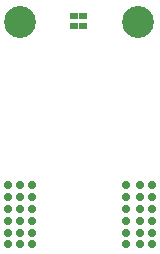
<source format=gbs>
G04*
G04 #@! TF.GenerationSoftware,Altium Limited,Altium Designer,21.7.2 (23)*
G04*
G04 Layer_Color=16711935*
%FSLAX25Y25*%
%MOIN*%
G70*
G04*
G04 #@! TF.SameCoordinates,8300F03B-7B83-4255-BAC5-FFB0951DAD17*
G04*
G04*
G04 #@! TF.FilePolarity,Negative*
G04*
G01*
G75*
%ADD11C,0.02769*%
%ADD12C,0.10642*%
%ADD16R,0.02769X0.01981*%
D11*
X469000Y236000D02*
D03*
Y239500D02*
D03*
Y243500D02*
D03*
Y247500D02*
D03*
Y251500D02*
D03*
X465000Y236000D02*
D03*
Y239500D02*
D03*
Y243500D02*
D03*
Y247500D02*
D03*
Y251500D02*
D03*
X460500Y236000D02*
D03*
Y239500D02*
D03*
Y243500D02*
D03*
Y247500D02*
D03*
Y251500D02*
D03*
X469000Y255500D02*
D03*
X465000D02*
D03*
X460500D02*
D03*
X429000Y236000D02*
D03*
X425000D02*
D03*
X429000Y239500D02*
D03*
X425000D02*
D03*
X429000Y243500D02*
D03*
X425000D02*
D03*
X429000Y247500D02*
D03*
X425000D02*
D03*
X429000Y251500D02*
D03*
X425000D02*
D03*
X421000Y236000D02*
D03*
Y239500D02*
D03*
Y243500D02*
D03*
Y247500D02*
D03*
Y251500D02*
D03*
X425000Y255500D02*
D03*
X429000D02*
D03*
X421000D02*
D03*
D12*
X464500Y310000D02*
D03*
X425130D02*
D03*
D16*
X445878Y308500D02*
D03*
X443122D02*
D03*
X445894Y312000D02*
D03*
X443138D02*
D03*
M02*

</source>
